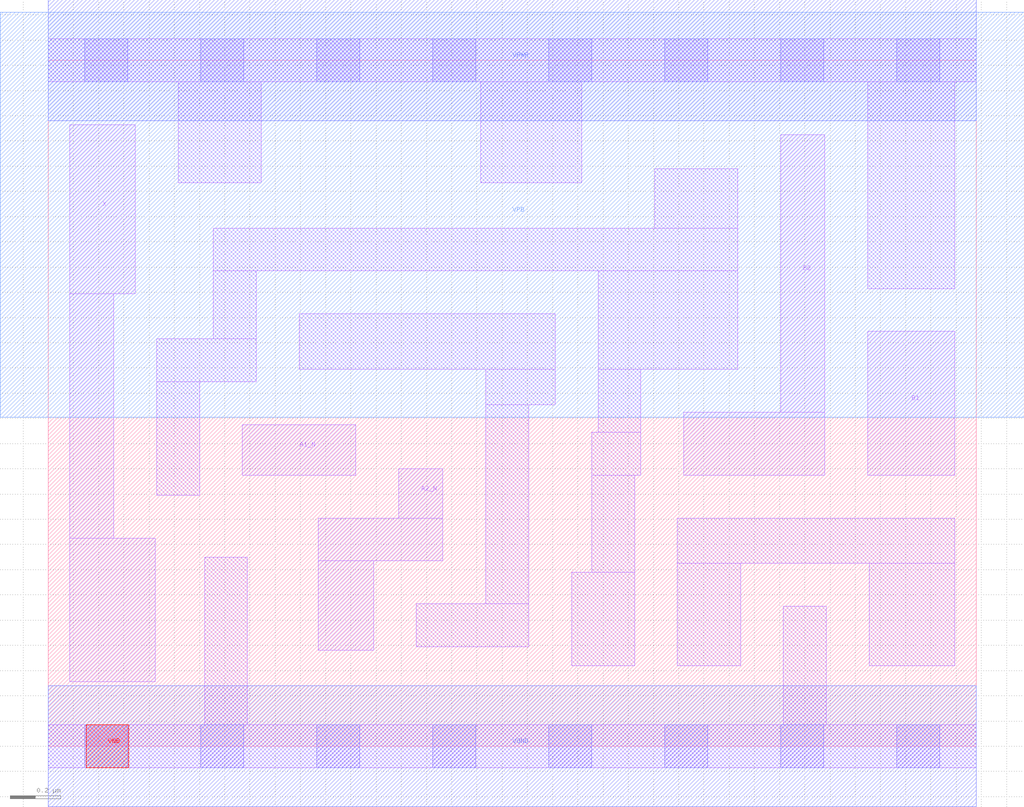
<source format=lef>
# Copyright 2020 The SkyWater PDK Authors
#
# Licensed under the Apache License, Version 2.0 (the "License");
# you may not use this file except in compliance with the License.
# You may obtain a copy of the License at
#
#     https://www.apache.org/licenses/LICENSE-2.0
#
# Unless required by applicable law or agreed to in writing, software
# distributed under the License is distributed on an "AS IS" BASIS,
# WITHOUT WARRANTIES OR CONDITIONS OF ANY KIND, either express or implied.
# See the License for the specific language governing permissions and
# limitations under the License.
#
# SPDX-License-Identifier: Apache-2.0

VERSION 5.7 ;
  NOWIREEXTENSIONATPIN ON ;
  DIVIDERCHAR "/" ;
  BUSBITCHARS "[]" ;
MACRO sky130_fd_sc_hd__o2bb2a_1
  CLASS CORE ;
  FOREIGN sky130_fd_sc_hd__o2bb2a_1 ;
  ORIGIN  0.000000  0.000000 ;
  SIZE  3.680000 BY  2.720000 ;
  SYMMETRY X Y R90 ;
  SITE unithd ;
  PIN A1_N
    ANTENNAGATEAREA  0.126000 ;
    DIRECTION INPUT ;
    USE SIGNAL ;
    PORT
      LAYER li1 ;
        RECT 0.770000 1.075000 1.220000 1.275000 ;
    END
  END A1_N
  PIN A2_N
    ANTENNAGATEAREA  0.126000 ;
    DIRECTION INPUT ;
    USE SIGNAL ;
    PORT
      LAYER li1 ;
        RECT 1.070000 0.380000 1.290000 0.735000 ;
        RECT 1.070000 0.735000 1.565000 0.905000 ;
        RECT 1.390000 0.905000 1.565000 1.100000 ;
    END
  END A2_N
  PIN B1
    ANTENNAGATEAREA  0.126000 ;
    DIRECTION INPUT ;
    USE SIGNAL ;
    PORT
      LAYER li1 ;
        RECT 3.250000 1.075000 3.595000 1.645000 ;
    END
  END B1
  PIN B2
    ANTENNAGATEAREA  0.126000 ;
    DIRECTION INPUT ;
    USE SIGNAL ;
    PORT
      LAYER li1 ;
        RECT 2.520000 1.075000 3.080000 1.325000 ;
        RECT 2.905000 1.325000 3.080000 2.425000 ;
    END
  END B2
  PIN VNB
    PORT
      LAYER pwell ;
        RECT 0.150000 -0.085000 0.320000 0.085000 ;
    END
  END VNB
  PIN VPB
    PORT
      LAYER nwell ;
        RECT -0.190000 1.305000 3.870000 2.910000 ;
    END
  END VPB
  PIN X
    ANTENNADIFFAREA  0.429000 ;
    DIRECTION OUTPUT ;
    USE SIGNAL ;
    PORT
      LAYER li1 ;
        RECT 0.085000 0.255000 0.425000 0.825000 ;
        RECT 0.085000 0.825000 0.260000 1.795000 ;
        RECT 0.085000 1.795000 0.345000 2.465000 ;
    END
  END X
  PIN VGND
    DIRECTION INOUT ;
    SHAPE ABUTMENT ;
    USE GROUND ;
    PORT
      LAYER met1 ;
        RECT 0.000000 -0.240000 3.680000 0.240000 ;
    END
  END VGND
  PIN VPWR
    DIRECTION INOUT ;
    SHAPE ABUTMENT ;
    USE POWER ;
    PORT
      LAYER met1 ;
        RECT 0.000000 2.480000 3.680000 2.960000 ;
    END
  END VPWR
  OBS
    LAYER li1 ;
      RECT 0.000000 -0.085000 3.680000 0.085000 ;
      RECT 0.000000  2.635000 3.680000 2.805000 ;
      RECT 0.430000  0.995000 0.600000 1.445000 ;
      RECT 0.430000  1.445000 0.825000 1.615000 ;
      RECT 0.515000  2.235000 0.845000 2.635000 ;
      RECT 0.620000  0.085000 0.790000 0.750000 ;
      RECT 0.655000  1.615000 0.825000 1.885000 ;
      RECT 0.655000  1.885000 2.735000 2.055000 ;
      RECT 0.995000  1.495000 2.010000 1.715000 ;
      RECT 1.460000  0.395000 1.905000 0.565000 ;
      RECT 1.715000  2.235000 2.115000 2.635000 ;
      RECT 1.735000  0.565000 1.905000 1.355000 ;
      RECT 1.735000  1.355000 2.010000 1.495000 ;
      RECT 2.075000  0.320000 2.325000 0.690000 ;
      RECT 2.155000  0.690000 2.325000 1.075000 ;
      RECT 2.155000  1.075000 2.350000 1.245000 ;
      RECT 2.180000  1.245000 2.350000 1.495000 ;
      RECT 2.180000  1.495000 2.735000 1.885000 ;
      RECT 2.405000  2.055000 2.735000 2.290000 ;
      RECT 2.495000  0.320000 2.745000 0.725000 ;
      RECT 2.495000  0.725000 3.595000 0.905000 ;
      RECT 2.915000  0.085000 3.085000 0.555000 ;
      RECT 3.250000  1.815000 3.595000 2.635000 ;
      RECT 3.255000  0.320000 3.595000 0.725000 ;
    LAYER mcon ;
      RECT 0.145000 -0.085000 0.315000 0.085000 ;
      RECT 0.145000  2.635000 0.315000 2.805000 ;
      RECT 0.605000 -0.085000 0.775000 0.085000 ;
      RECT 0.605000  2.635000 0.775000 2.805000 ;
      RECT 1.065000 -0.085000 1.235000 0.085000 ;
      RECT 1.065000  2.635000 1.235000 2.805000 ;
      RECT 1.525000 -0.085000 1.695000 0.085000 ;
      RECT 1.525000  2.635000 1.695000 2.805000 ;
      RECT 1.985000 -0.085000 2.155000 0.085000 ;
      RECT 1.985000  2.635000 2.155000 2.805000 ;
      RECT 2.445000 -0.085000 2.615000 0.085000 ;
      RECT 2.445000  2.635000 2.615000 2.805000 ;
      RECT 2.905000 -0.085000 3.075000 0.085000 ;
      RECT 2.905000  2.635000 3.075000 2.805000 ;
      RECT 3.365000 -0.085000 3.535000 0.085000 ;
      RECT 3.365000  2.635000 3.535000 2.805000 ;
  END
END sky130_fd_sc_hd__o2bb2a_1
END LIBRARY

</source>
